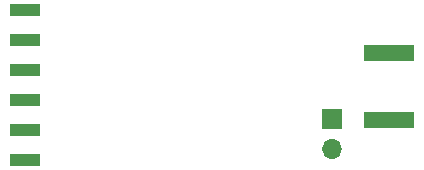
<source format=gbr>
%TF.GenerationSoftware,KiCad,Pcbnew,(5.1.10)-1*%
%TF.CreationDate,2021-08-13T02:35:10+08:00*%
%TF.ProjectId,Pmod-8bitDAC-R-2R,506d6f64-2d38-4626-9974-4441432d522d,rev?*%
%TF.SameCoordinates,Original*%
%TF.FileFunction,Soldermask,Bot*%
%TF.FilePolarity,Negative*%
%FSLAX46Y46*%
G04 Gerber Fmt 4.6, Leading zero omitted, Abs format (unit mm)*
G04 Created by KiCad (PCBNEW (5.1.10)-1) date 2021-08-13 02:35:10*
%MOMM*%
%LPD*%
G01*
G04 APERTURE LIST*
%ADD10R,4.200000X1.350000*%
%ADD11R,2.500000X1.000000*%
%ADD12O,1.700000X1.700000*%
%ADD13R,1.700000X1.700000*%
G04 APERTURE END LIST*
D10*
%TO.C,J2*%
X146011900Y-118002800D03*
X146011900Y-123652800D03*
%TD*%
D11*
%TO.C,PMOD1*%
X115182400Y-114350800D03*
X115182400Y-116890800D03*
X115182400Y-119430800D03*
X115182400Y-121970800D03*
X115182400Y-124510800D03*
X115182400Y-127050800D03*
%TD*%
D12*
%TO.C,J1*%
X141185900Y-126123700D03*
D13*
X141185900Y-123583700D03*
%TD*%
M02*

</source>
